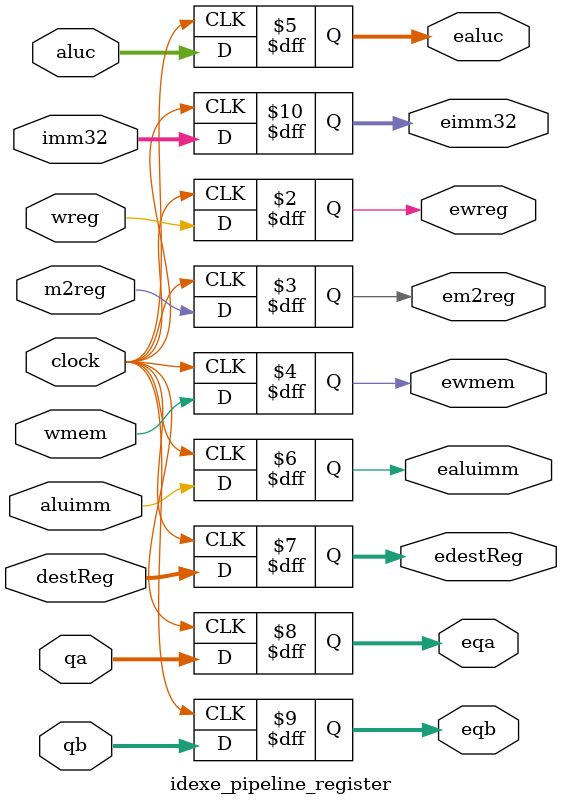
<source format=v>
`timescale 1ns / 1ps


module idexe_pipeline_register( 
    input wire wreg,
    input wire m2reg,
    input wire wmem,
    input wire [3:0] aluc,
    input wire aluimm,
    input wire [4:0] destReg,
    input wire [31:0] qa,
    input wire [31:0] qb,
    input wire [31:0] imm32,
    input wire clock,
    output reg ewreg,
    output reg em2reg,
    output reg ewmem,
    output reg [3:0] ealuc,
    output reg ealuimm,
    output reg [4:0] edestReg,
    output reg [31:0] eqa, 
    output reg [31:0] eqb,
    output reg [31:0] eimm32
    ); 
    always @ (posedge clock) begin
        ewreg <= wreg;
        em2reg <= m2reg;
        ewmem <= wmem;
        ealuc <= aluc;
        ealuimm <= aluimm;
        edestReg <= destReg;
        eqa <= qa;
        eqb <= qb;
        eimm32 <= imm32;
    end
endmodule

</source>
